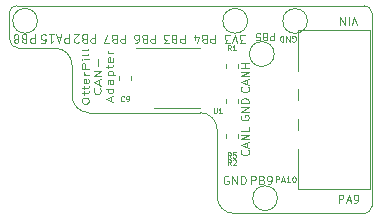
<source format=gto>
G04 #@! TF.GenerationSoftware,KiCad,Pcbnew,5.0.1*
G04 #@! TF.CreationDate,2019-10-25T23:16:08+02:00*
G04 #@! TF.ProjectId,OtterPill-CAN,4F7474657250696C6C2D43414E2E6B69,rev?*
G04 #@! TF.SameCoordinates,Original*
G04 #@! TF.FileFunction,Legend,Top*
G04 #@! TF.FilePolarity,Positive*
%FSLAX46Y46*%
G04 Gerber Fmt 4.6, Leading zero omitted, Abs format (unit mm)*
G04 Created by KiCad (PCBNEW 5.0.1) date Fri 25 Oct 2019 11:16:08 PM CEST*
%MOMM*%
%LPD*%
G01*
G04 APERTURE LIST*
%ADD10C,0.050000*%
%ADD11C,0.100000*%
%ADD12C,0.120000*%
%ADD13C,0.112500*%
G04 APERTURE END LIST*
D10*
X63200000Y-36790000D02*
G75*
G02X62590000Y-37400000I-610000J0D01*
G01*
X62590000Y-19800000D02*
G75*
G02X63200000Y-20410000I0J-610000D01*
G01*
X32530000Y-20410000D02*
G75*
G02X33140000Y-19800000I610000J0D01*
G01*
D11*
X57765610Y-21100000D02*
G75*
G03X57765610Y-21100000I-1045610J0D01*
G01*
X55225610Y-36100000D02*
G75*
G03X55225610Y-36100000I-1045610J0D01*
G01*
X34905610Y-21090000D02*
G75*
G03X34905610Y-21090000I-1045610J0D01*
G01*
X52695610Y-21090000D02*
G75*
G03X52695610Y-21090000I-1045610J0D01*
G01*
X54945610Y-23900000D02*
G75*
G03X54945610Y-23900000I-1045610J0D01*
G01*
D10*
X33320000Y-23405246D02*
X36404426Y-23405246D01*
X32530000Y-22615246D02*
G75*
G03X33320000Y-23405246I790000J0D01*
G01*
X37834459Y-24835279D02*
G75*
G03X36404426Y-23405246I-1430033J0D01*
G01*
X37834459Y-27430000D02*
X37834459Y-24835279D01*
D11*
X52140000Y-29113333D02*
X52106666Y-29180000D01*
X52106666Y-29280000D01*
X52140000Y-29380000D01*
X52206666Y-29446666D01*
X52273333Y-29480000D01*
X52406666Y-29513333D01*
X52506666Y-29513333D01*
X52640000Y-29480000D01*
X52706666Y-29446666D01*
X52773333Y-29380000D01*
X52806666Y-29280000D01*
X52806666Y-29213333D01*
X52773333Y-29113333D01*
X52740000Y-29080000D01*
X52506666Y-29080000D01*
X52506666Y-29213333D01*
X52806666Y-28780000D02*
X52106666Y-28780000D01*
X52806666Y-28380000D01*
X52106666Y-28380000D01*
X52806666Y-28046666D02*
X52106666Y-28046666D01*
X52106666Y-27880000D01*
X52140000Y-27780000D01*
X52206666Y-27713333D01*
X52273333Y-27680000D01*
X52406666Y-27646666D01*
X52506666Y-27646666D01*
X52640000Y-27680000D01*
X52706666Y-27713333D01*
X52773333Y-27780000D01*
X52806666Y-27880000D01*
X52806666Y-28046666D01*
X52750000Y-32033333D02*
X52783333Y-32066666D01*
X52816666Y-32166666D01*
X52816666Y-32233333D01*
X52783333Y-32333333D01*
X52716666Y-32400000D01*
X52650000Y-32433333D01*
X52516666Y-32466666D01*
X52416666Y-32466666D01*
X52283333Y-32433333D01*
X52216666Y-32400000D01*
X52150000Y-32333333D01*
X52116666Y-32233333D01*
X52116666Y-32166666D01*
X52150000Y-32066666D01*
X52183333Y-32033333D01*
X52616666Y-31766666D02*
X52616666Y-31433333D01*
X52816666Y-31833333D02*
X52116666Y-31600000D01*
X52816666Y-31366666D01*
X52816666Y-31133333D02*
X52116666Y-31133333D01*
X52816666Y-30733333D01*
X52116666Y-30733333D01*
X52816666Y-30066666D02*
X52816666Y-30400000D01*
X52116666Y-30400000D01*
X52760000Y-26696666D02*
X52793333Y-26730000D01*
X52826666Y-26830000D01*
X52826666Y-26896666D01*
X52793333Y-26996666D01*
X52726666Y-27063333D01*
X52660000Y-27096666D01*
X52526666Y-27130000D01*
X52426666Y-27130000D01*
X52293333Y-27096666D01*
X52226666Y-27063333D01*
X52160000Y-26996666D01*
X52126666Y-26896666D01*
X52126666Y-26830000D01*
X52160000Y-26730000D01*
X52193333Y-26696666D01*
X52626666Y-26430000D02*
X52626666Y-26096666D01*
X52826666Y-26496666D02*
X52126666Y-26263333D01*
X52826666Y-26030000D01*
X52826666Y-25796666D02*
X52126666Y-25796666D01*
X52826666Y-25396666D01*
X52126666Y-25396666D01*
X52826666Y-25063333D02*
X52126666Y-25063333D01*
X52460000Y-25063333D02*
X52460000Y-24663333D01*
X52826666Y-24663333D02*
X52126666Y-24663333D01*
D10*
X50115574Y-35969966D02*
G75*
G03X51545608Y-37400000I1430034J0D01*
G01*
X37834459Y-27430000D02*
G75*
G03X39264493Y-28860034I1430034J0D01*
G01*
X48690000Y-28860000D02*
X39260000Y-28860000D01*
X50115574Y-30290034D02*
G75*
G03X48685540Y-28860000I-1430034J0D01*
G01*
X50115574Y-35964754D02*
X50115574Y-30294754D01*
D12*
X38651428Y-27923333D02*
X38651428Y-27770952D01*
X38680000Y-27694761D01*
X38737142Y-27618571D01*
X38851428Y-27580476D01*
X39051428Y-27580476D01*
X39165714Y-27618571D01*
X39222857Y-27694761D01*
X39251428Y-27770952D01*
X39251428Y-27923333D01*
X39222857Y-27999523D01*
X39165714Y-28075714D01*
X39051428Y-28113809D01*
X38851428Y-28113809D01*
X38737142Y-28075714D01*
X38680000Y-27999523D01*
X38651428Y-27923333D01*
X38851428Y-27351904D02*
X38851428Y-27047142D01*
X38651428Y-27237619D02*
X39165714Y-27237619D01*
X39222857Y-27199523D01*
X39251428Y-27123333D01*
X39251428Y-27047142D01*
X38851428Y-26894761D02*
X38851428Y-26590000D01*
X38651428Y-26780476D02*
X39165714Y-26780476D01*
X39222857Y-26742380D01*
X39251428Y-26666190D01*
X39251428Y-26590000D01*
X39222857Y-26018571D02*
X39251428Y-26094761D01*
X39251428Y-26247142D01*
X39222857Y-26323333D01*
X39165714Y-26361428D01*
X38937142Y-26361428D01*
X38880000Y-26323333D01*
X38851428Y-26247142D01*
X38851428Y-26094761D01*
X38880000Y-26018571D01*
X38937142Y-25980476D01*
X38994285Y-25980476D01*
X39051428Y-26361428D01*
X39251428Y-25637619D02*
X38851428Y-25637619D01*
X38965714Y-25637619D02*
X38908571Y-25599523D01*
X38880000Y-25561428D01*
X38851428Y-25485238D01*
X38851428Y-25409047D01*
X39251428Y-25142380D02*
X38651428Y-25142380D01*
X38651428Y-24837619D01*
X38680000Y-24761428D01*
X38708571Y-24723333D01*
X38765714Y-24685238D01*
X38851428Y-24685238D01*
X38908571Y-24723333D01*
X38937142Y-24761428D01*
X38965714Y-24837619D01*
X38965714Y-25142380D01*
X39251428Y-24342380D02*
X38851428Y-24342380D01*
X38651428Y-24342380D02*
X38680000Y-24380476D01*
X38708571Y-24342380D01*
X38680000Y-24304285D01*
X38651428Y-24342380D01*
X38708571Y-24342380D01*
X39251428Y-23847142D02*
X39222857Y-23923333D01*
X39165714Y-23961428D01*
X38651428Y-23961428D01*
X39251428Y-23428095D02*
X39222857Y-23504285D01*
X39165714Y-23542380D01*
X38651428Y-23542380D01*
X40214285Y-26799523D02*
X40242857Y-26837619D01*
X40271428Y-26951904D01*
X40271428Y-27028095D01*
X40242857Y-27142380D01*
X40185714Y-27218571D01*
X40128571Y-27256666D01*
X40014285Y-27294761D01*
X39928571Y-27294761D01*
X39814285Y-27256666D01*
X39757142Y-27218571D01*
X39700000Y-27142380D01*
X39671428Y-27028095D01*
X39671428Y-26951904D01*
X39700000Y-26837619D01*
X39728571Y-26799523D01*
X40100000Y-26494761D02*
X40100000Y-26113809D01*
X40271428Y-26570952D02*
X39671428Y-26304285D01*
X40271428Y-26037619D01*
X40271428Y-25770952D02*
X39671428Y-25770952D01*
X40271428Y-25313809D01*
X39671428Y-25313809D01*
X40042857Y-24932857D02*
X40042857Y-24323333D01*
X41120000Y-27885238D02*
X41120000Y-27504285D01*
X41291428Y-27961428D02*
X40691428Y-27694761D01*
X41291428Y-27428095D01*
X41291428Y-26818571D02*
X40691428Y-26818571D01*
X41262857Y-26818571D02*
X41291428Y-26894761D01*
X41291428Y-27047142D01*
X41262857Y-27123333D01*
X41234285Y-27161428D01*
X41177142Y-27199523D01*
X41005714Y-27199523D01*
X40948571Y-27161428D01*
X40920000Y-27123333D01*
X40891428Y-27047142D01*
X40891428Y-26894761D01*
X40920000Y-26818571D01*
X41291428Y-26094761D02*
X40977142Y-26094761D01*
X40920000Y-26132857D01*
X40891428Y-26209047D01*
X40891428Y-26361428D01*
X40920000Y-26437619D01*
X41262857Y-26094761D02*
X41291428Y-26170952D01*
X41291428Y-26361428D01*
X41262857Y-26437619D01*
X41205714Y-26475714D01*
X41148571Y-26475714D01*
X41091428Y-26437619D01*
X41062857Y-26361428D01*
X41062857Y-26170952D01*
X41034285Y-26094761D01*
X40891428Y-25713809D02*
X41491428Y-25713809D01*
X40920000Y-25713809D02*
X40891428Y-25637619D01*
X40891428Y-25485238D01*
X40920000Y-25409047D01*
X40948571Y-25370952D01*
X41005714Y-25332857D01*
X41177142Y-25332857D01*
X41234285Y-25370952D01*
X41262857Y-25409047D01*
X41291428Y-25485238D01*
X41291428Y-25637619D01*
X41262857Y-25713809D01*
X40891428Y-25104285D02*
X40891428Y-24799523D01*
X40691428Y-24990000D02*
X41205714Y-24990000D01*
X41262857Y-24951904D01*
X41291428Y-24875714D01*
X41291428Y-24799523D01*
X41262857Y-24228095D02*
X41291428Y-24304285D01*
X41291428Y-24456666D01*
X41262857Y-24532857D01*
X41205714Y-24570952D01*
X40977142Y-24570952D01*
X40920000Y-24532857D01*
X40891428Y-24456666D01*
X40891428Y-24304285D01*
X40920000Y-24228095D01*
X40977142Y-24190000D01*
X41034285Y-24190000D01*
X41091428Y-24570952D01*
X41291428Y-23847142D02*
X40891428Y-23847142D01*
X41005714Y-23847142D02*
X40948571Y-23809047D01*
X40920000Y-23770952D01*
X40891428Y-23694761D01*
X40891428Y-23618571D01*
D11*
X51061666Y-34250000D02*
X50995000Y-34216666D01*
X50895000Y-34216666D01*
X50795000Y-34250000D01*
X50728333Y-34316666D01*
X50695000Y-34383333D01*
X50661666Y-34516666D01*
X50661666Y-34616666D01*
X50695000Y-34750000D01*
X50728333Y-34816666D01*
X50795000Y-34883333D01*
X50895000Y-34916666D01*
X50961666Y-34916666D01*
X51061666Y-34883333D01*
X51095000Y-34850000D01*
X51095000Y-34616666D01*
X50961666Y-34616666D01*
X51395000Y-34916666D02*
X51395000Y-34216666D01*
X51795000Y-34916666D01*
X51795000Y-34216666D01*
X52128333Y-34916666D02*
X52128333Y-34216666D01*
X52295000Y-34216666D01*
X52395000Y-34250000D01*
X52461666Y-34316666D01*
X52495000Y-34383333D01*
X52528333Y-34516666D01*
X52528333Y-34616666D01*
X52495000Y-34750000D01*
X52461666Y-34816666D01*
X52395000Y-34883333D01*
X52295000Y-34916666D01*
X52128333Y-34916666D01*
X52983333Y-34916666D02*
X52983333Y-34216666D01*
X53250000Y-34216666D01*
X53316666Y-34250000D01*
X53350000Y-34283333D01*
X53383333Y-34350000D01*
X53383333Y-34450000D01*
X53350000Y-34516666D01*
X53316666Y-34550000D01*
X53250000Y-34583333D01*
X52983333Y-34583333D01*
X53916666Y-34550000D02*
X54016666Y-34583333D01*
X54050000Y-34616666D01*
X54083333Y-34683333D01*
X54083333Y-34783333D01*
X54050000Y-34850000D01*
X54016666Y-34883333D01*
X53950000Y-34916666D01*
X53683333Y-34916666D01*
X53683333Y-34216666D01*
X53916666Y-34216666D01*
X53983333Y-34250000D01*
X54016666Y-34283333D01*
X54050000Y-34350000D01*
X54050000Y-34416666D01*
X54016666Y-34483333D01*
X53983333Y-34516666D01*
X53916666Y-34550000D01*
X53683333Y-34550000D01*
X54416666Y-34916666D02*
X54550000Y-34916666D01*
X54616666Y-34883333D01*
X54650000Y-34850000D01*
X54716666Y-34750000D01*
X54750000Y-34616666D01*
X54750000Y-34350000D01*
X54716666Y-34283333D01*
X54683333Y-34250000D01*
X54616666Y-34216666D01*
X54483333Y-34216666D01*
X54416666Y-34250000D01*
X54383333Y-34283333D01*
X54350000Y-34350000D01*
X54350000Y-34516666D01*
X54383333Y-34583333D01*
X54416666Y-34616666D01*
X54483333Y-34650000D01*
X54616666Y-34650000D01*
X54683333Y-34616666D01*
X54716666Y-34583333D01*
X54750000Y-34516666D01*
X55108571Y-34756190D02*
X55108571Y-34256190D01*
X55299047Y-34256190D01*
X55346666Y-34280000D01*
X55370476Y-34303809D01*
X55394285Y-34351428D01*
X55394285Y-34422857D01*
X55370476Y-34470476D01*
X55346666Y-34494285D01*
X55299047Y-34518095D01*
X55108571Y-34518095D01*
X55584761Y-34613333D02*
X55822857Y-34613333D01*
X55537142Y-34756190D02*
X55703809Y-34256190D01*
X55870476Y-34756190D01*
X56299047Y-34756190D02*
X56013333Y-34756190D01*
X56156190Y-34756190D02*
X56156190Y-34256190D01*
X56108571Y-34327619D01*
X56060952Y-34375238D01*
X56013333Y-34399047D01*
X56608571Y-34256190D02*
X56656190Y-34256190D01*
X56703809Y-34280000D01*
X56727619Y-34303809D01*
X56751428Y-34351428D01*
X56775238Y-34446666D01*
X56775238Y-34565714D01*
X56751428Y-34660952D01*
X56727619Y-34708571D01*
X56703809Y-34732380D01*
X56656190Y-34756190D01*
X56608571Y-34756190D01*
X56560952Y-34732380D01*
X56537142Y-34708571D01*
X56513333Y-34660952D01*
X56489523Y-34565714D01*
X56489523Y-34446666D01*
X56513333Y-34351428D01*
X56537142Y-34303809D01*
X56560952Y-34280000D01*
X56608571Y-34256190D01*
X60413333Y-36496666D02*
X60413333Y-35796666D01*
X60680000Y-35796666D01*
X60746666Y-35830000D01*
X60780000Y-35863333D01*
X60813333Y-35930000D01*
X60813333Y-36030000D01*
X60780000Y-36096666D01*
X60746666Y-36130000D01*
X60680000Y-36163333D01*
X60413333Y-36163333D01*
X61080000Y-36296666D02*
X61413333Y-36296666D01*
X61013333Y-36496666D02*
X61246666Y-35796666D01*
X61480000Y-36496666D01*
X61746666Y-36496666D02*
X61880000Y-36496666D01*
X61946666Y-36463333D01*
X61980000Y-36430000D01*
X62046666Y-36330000D01*
X62080000Y-36196666D01*
X62080000Y-35930000D01*
X62046666Y-35863333D01*
X62013333Y-35830000D01*
X61946666Y-35796666D01*
X61813333Y-35796666D01*
X61746666Y-35830000D01*
X61713333Y-35863333D01*
X61680000Y-35930000D01*
X61680000Y-36096666D01*
X61713333Y-36163333D01*
X61746666Y-36196666D01*
X61813333Y-36230000D01*
X61946666Y-36230000D01*
X62013333Y-36196666D01*
X62046666Y-36163333D01*
X62080000Y-36096666D01*
X61976666Y-21453333D02*
X61743333Y-20753333D01*
X61510000Y-21453333D01*
X61276666Y-20753333D02*
X61276666Y-21453333D01*
X60943333Y-20753333D02*
X60943333Y-21453333D01*
X60543333Y-20753333D01*
X60543333Y-21453333D01*
X56500952Y-22820000D02*
X56548571Y-22843809D01*
X56620000Y-22843809D01*
X56691428Y-22820000D01*
X56739047Y-22772380D01*
X56762857Y-22724761D01*
X56786666Y-22629523D01*
X56786666Y-22558095D01*
X56762857Y-22462857D01*
X56739047Y-22415238D01*
X56691428Y-22367619D01*
X56620000Y-22343809D01*
X56572380Y-22343809D01*
X56500952Y-22367619D01*
X56477142Y-22391428D01*
X56477142Y-22558095D01*
X56572380Y-22558095D01*
X56262857Y-22343809D02*
X56262857Y-22843809D01*
X55977142Y-22343809D01*
X55977142Y-22843809D01*
X55739047Y-22343809D02*
X55739047Y-22843809D01*
X55620000Y-22843809D01*
X55548571Y-22820000D01*
X55500952Y-22772380D01*
X55477142Y-22724761D01*
X55453333Y-22629523D01*
X55453333Y-22558095D01*
X55477142Y-22462857D01*
X55500952Y-22415238D01*
X55548571Y-22367619D01*
X55620000Y-22343809D01*
X55739047Y-22343809D01*
X54912857Y-22118571D02*
X54912857Y-22718571D01*
X54684285Y-22718571D01*
X54627142Y-22690000D01*
X54598571Y-22661428D01*
X54570000Y-22604285D01*
X54570000Y-22518571D01*
X54598571Y-22461428D01*
X54627142Y-22432857D01*
X54684285Y-22404285D01*
X54912857Y-22404285D01*
X54112857Y-22432857D02*
X54027142Y-22404285D01*
X53998571Y-22375714D01*
X53970000Y-22318571D01*
X53970000Y-22232857D01*
X53998571Y-22175714D01*
X54027142Y-22147142D01*
X54084285Y-22118571D01*
X54312857Y-22118571D01*
X54312857Y-22718571D01*
X54112857Y-22718571D01*
X54055714Y-22690000D01*
X54027142Y-22661428D01*
X53998571Y-22604285D01*
X53998571Y-22547142D01*
X54027142Y-22490000D01*
X54055714Y-22461428D01*
X54112857Y-22432857D01*
X54312857Y-22432857D01*
X53427142Y-22718571D02*
X53712857Y-22718571D01*
X53741428Y-22432857D01*
X53712857Y-22461428D01*
X53655714Y-22490000D01*
X53512857Y-22490000D01*
X53455714Y-22461428D01*
X53427142Y-22432857D01*
X53398571Y-22375714D01*
X53398571Y-22232857D01*
X53427142Y-22175714D01*
X53455714Y-22147142D01*
X53512857Y-22118571D01*
X53655714Y-22118571D01*
X53712857Y-22147142D01*
X53741428Y-22175714D01*
X52461666Y-22963333D02*
X52028333Y-22963333D01*
X52261666Y-22696666D01*
X52161666Y-22696666D01*
X52095000Y-22663333D01*
X52061666Y-22630000D01*
X52028333Y-22563333D01*
X52028333Y-22396666D01*
X52061666Y-22330000D01*
X52095000Y-22296666D01*
X52161666Y-22263333D01*
X52361666Y-22263333D01*
X52428333Y-22296666D01*
X52461666Y-22330000D01*
X51828333Y-22963333D02*
X51595000Y-22263333D01*
X51361666Y-22963333D01*
X51195000Y-22963333D02*
X50761666Y-22963333D01*
X50995000Y-22696666D01*
X50895000Y-22696666D01*
X50828333Y-22663333D01*
X50795000Y-22630000D01*
X50761666Y-22563333D01*
X50761666Y-22396666D01*
X50795000Y-22330000D01*
X50828333Y-22296666D01*
X50895000Y-22263333D01*
X51095000Y-22263333D01*
X51161666Y-22296666D01*
X51195000Y-22330000D01*
X49921666Y-22253333D02*
X49921666Y-22953333D01*
X49655000Y-22953333D01*
X49588333Y-22920000D01*
X49555000Y-22886666D01*
X49521666Y-22820000D01*
X49521666Y-22720000D01*
X49555000Y-22653333D01*
X49588333Y-22620000D01*
X49655000Y-22586666D01*
X49921666Y-22586666D01*
X48988333Y-22620000D02*
X48888333Y-22586666D01*
X48855000Y-22553333D01*
X48821666Y-22486666D01*
X48821666Y-22386666D01*
X48855000Y-22320000D01*
X48888333Y-22286666D01*
X48955000Y-22253333D01*
X49221666Y-22253333D01*
X49221666Y-22953333D01*
X48988333Y-22953333D01*
X48921666Y-22920000D01*
X48888333Y-22886666D01*
X48855000Y-22820000D01*
X48855000Y-22753333D01*
X48888333Y-22686666D01*
X48921666Y-22653333D01*
X48988333Y-22620000D01*
X49221666Y-22620000D01*
X48221666Y-22720000D02*
X48221666Y-22253333D01*
X48388333Y-22986666D02*
X48555000Y-22486666D01*
X48121666Y-22486666D01*
X47371666Y-22253333D02*
X47371666Y-22953333D01*
X47105000Y-22953333D01*
X47038333Y-22920000D01*
X47005000Y-22886666D01*
X46971666Y-22820000D01*
X46971666Y-22720000D01*
X47005000Y-22653333D01*
X47038333Y-22620000D01*
X47105000Y-22586666D01*
X47371666Y-22586666D01*
X46438333Y-22620000D02*
X46338333Y-22586666D01*
X46305000Y-22553333D01*
X46271666Y-22486666D01*
X46271666Y-22386666D01*
X46305000Y-22320000D01*
X46338333Y-22286666D01*
X46405000Y-22253333D01*
X46671666Y-22253333D01*
X46671666Y-22953333D01*
X46438333Y-22953333D01*
X46371666Y-22920000D01*
X46338333Y-22886666D01*
X46305000Y-22820000D01*
X46305000Y-22753333D01*
X46338333Y-22686666D01*
X46371666Y-22653333D01*
X46438333Y-22620000D01*
X46671666Y-22620000D01*
X46038333Y-22953333D02*
X45605000Y-22953333D01*
X45838333Y-22686666D01*
X45738333Y-22686666D01*
X45671666Y-22653333D01*
X45638333Y-22620000D01*
X45605000Y-22553333D01*
X45605000Y-22386666D01*
X45638333Y-22320000D01*
X45671666Y-22286666D01*
X45738333Y-22253333D01*
X45938333Y-22253333D01*
X46005000Y-22286666D01*
X46038333Y-22320000D01*
X44876666Y-22253333D02*
X44876666Y-22953333D01*
X44610000Y-22953333D01*
X44543333Y-22920000D01*
X44510000Y-22886666D01*
X44476666Y-22820000D01*
X44476666Y-22720000D01*
X44510000Y-22653333D01*
X44543333Y-22620000D01*
X44610000Y-22586666D01*
X44876666Y-22586666D01*
X43943333Y-22620000D02*
X43843333Y-22586666D01*
X43810000Y-22553333D01*
X43776666Y-22486666D01*
X43776666Y-22386666D01*
X43810000Y-22320000D01*
X43843333Y-22286666D01*
X43910000Y-22253333D01*
X44176666Y-22253333D01*
X44176666Y-22953333D01*
X43943333Y-22953333D01*
X43876666Y-22920000D01*
X43843333Y-22886666D01*
X43810000Y-22820000D01*
X43810000Y-22753333D01*
X43843333Y-22686666D01*
X43876666Y-22653333D01*
X43943333Y-22620000D01*
X44176666Y-22620000D01*
X43176666Y-22953333D02*
X43310000Y-22953333D01*
X43376666Y-22920000D01*
X43410000Y-22886666D01*
X43476666Y-22786666D01*
X43510000Y-22653333D01*
X43510000Y-22386666D01*
X43476666Y-22320000D01*
X43443333Y-22286666D01*
X43376666Y-22253333D01*
X43243333Y-22253333D01*
X43176666Y-22286666D01*
X43143333Y-22320000D01*
X43110000Y-22386666D01*
X43110000Y-22553333D01*
X43143333Y-22620000D01*
X43176666Y-22653333D01*
X43243333Y-22686666D01*
X43376666Y-22686666D01*
X43443333Y-22653333D01*
X43476666Y-22620000D01*
X43510000Y-22553333D01*
X42321666Y-22253333D02*
X42321666Y-22953333D01*
X42055000Y-22953333D01*
X41988333Y-22920000D01*
X41955000Y-22886666D01*
X41921666Y-22820000D01*
X41921666Y-22720000D01*
X41955000Y-22653333D01*
X41988333Y-22620000D01*
X42055000Y-22586666D01*
X42321666Y-22586666D01*
X41388333Y-22620000D02*
X41288333Y-22586666D01*
X41255000Y-22553333D01*
X41221666Y-22486666D01*
X41221666Y-22386666D01*
X41255000Y-22320000D01*
X41288333Y-22286666D01*
X41355000Y-22253333D01*
X41621666Y-22253333D01*
X41621666Y-22953333D01*
X41388333Y-22953333D01*
X41321666Y-22920000D01*
X41288333Y-22886666D01*
X41255000Y-22820000D01*
X41255000Y-22753333D01*
X41288333Y-22686666D01*
X41321666Y-22653333D01*
X41388333Y-22620000D01*
X41621666Y-22620000D01*
X40988333Y-22953333D02*
X40521666Y-22953333D01*
X40821666Y-22253333D01*
X39771666Y-22243333D02*
X39771666Y-22943333D01*
X39505000Y-22943333D01*
X39438333Y-22910000D01*
X39405000Y-22876666D01*
X39371666Y-22810000D01*
X39371666Y-22710000D01*
X39405000Y-22643333D01*
X39438333Y-22610000D01*
X39505000Y-22576666D01*
X39771666Y-22576666D01*
X38838333Y-22610000D02*
X38738333Y-22576666D01*
X38705000Y-22543333D01*
X38671666Y-22476666D01*
X38671666Y-22376666D01*
X38705000Y-22310000D01*
X38738333Y-22276666D01*
X38805000Y-22243333D01*
X39071666Y-22243333D01*
X39071666Y-22943333D01*
X38838333Y-22943333D01*
X38771666Y-22910000D01*
X38738333Y-22876666D01*
X38705000Y-22810000D01*
X38705000Y-22743333D01*
X38738333Y-22676666D01*
X38771666Y-22643333D01*
X38838333Y-22610000D01*
X39071666Y-22610000D01*
X38405000Y-22876666D02*
X38371666Y-22910000D01*
X38305000Y-22943333D01*
X38138333Y-22943333D01*
X38071666Y-22910000D01*
X38038333Y-22876666D01*
X38005000Y-22810000D01*
X38005000Y-22743333D01*
X38038333Y-22643333D01*
X38438333Y-22243333D01*
X38005000Y-22243333D01*
X37540000Y-22243333D02*
X37540000Y-22943333D01*
X37273333Y-22943333D01*
X37206666Y-22910000D01*
X37173333Y-22876666D01*
X37140000Y-22810000D01*
X37140000Y-22710000D01*
X37173333Y-22643333D01*
X37206666Y-22610000D01*
X37273333Y-22576666D01*
X37540000Y-22576666D01*
X36873333Y-22443333D02*
X36540000Y-22443333D01*
X36940000Y-22243333D02*
X36706666Y-22943333D01*
X36473333Y-22243333D01*
X35873333Y-22243333D02*
X36273333Y-22243333D01*
X36073333Y-22243333D02*
X36073333Y-22943333D01*
X36140000Y-22843333D01*
X36206666Y-22776666D01*
X36273333Y-22743333D01*
X35240000Y-22943333D02*
X35573333Y-22943333D01*
X35606666Y-22610000D01*
X35573333Y-22643333D01*
X35506666Y-22676666D01*
X35340000Y-22676666D01*
X35273333Y-22643333D01*
X35240000Y-22610000D01*
X35206666Y-22543333D01*
X35206666Y-22376666D01*
X35240000Y-22310000D01*
X35273333Y-22276666D01*
X35340000Y-22243333D01*
X35506666Y-22243333D01*
X35573333Y-22276666D01*
X35606666Y-22310000D01*
X34666666Y-22243333D02*
X34666666Y-22943333D01*
X34400000Y-22943333D01*
X34333333Y-22910000D01*
X34300000Y-22876666D01*
X34266666Y-22810000D01*
X34266666Y-22710000D01*
X34300000Y-22643333D01*
X34333333Y-22610000D01*
X34400000Y-22576666D01*
X34666666Y-22576666D01*
X33733333Y-22610000D02*
X33633333Y-22576666D01*
X33600000Y-22543333D01*
X33566666Y-22476666D01*
X33566666Y-22376666D01*
X33600000Y-22310000D01*
X33633333Y-22276666D01*
X33700000Y-22243333D01*
X33966666Y-22243333D01*
X33966666Y-22943333D01*
X33733333Y-22943333D01*
X33666666Y-22910000D01*
X33633333Y-22876666D01*
X33600000Y-22810000D01*
X33600000Y-22743333D01*
X33633333Y-22676666D01*
X33666666Y-22643333D01*
X33733333Y-22610000D01*
X33966666Y-22610000D01*
X33166666Y-22643333D02*
X33233333Y-22676666D01*
X33266666Y-22710000D01*
X33300000Y-22776666D01*
X33300000Y-22810000D01*
X33266666Y-22876666D01*
X33233333Y-22910000D01*
X33166666Y-22943333D01*
X33033333Y-22943333D01*
X32966666Y-22910000D01*
X32933333Y-22876666D01*
X32900000Y-22810000D01*
X32900000Y-22776666D01*
X32933333Y-22710000D01*
X32966666Y-22676666D01*
X33033333Y-22643333D01*
X33166666Y-22643333D01*
X33233333Y-22610000D01*
X33266666Y-22576666D01*
X33300000Y-22510000D01*
X33300000Y-22376666D01*
X33266666Y-22310000D01*
X33233333Y-22276666D01*
X33166666Y-22243333D01*
X33033333Y-22243333D01*
X32966666Y-22276666D01*
X32933333Y-22310000D01*
X32900000Y-22376666D01*
X32900000Y-22510000D01*
X32933333Y-22576666D01*
X32966666Y-22610000D01*
X33033333Y-22643333D01*
D10*
X32530000Y-20410000D02*
X32530000Y-22615246D01*
X62590000Y-19800000D02*
X33140000Y-19800000D01*
X63200000Y-20400000D02*
X63200000Y-36790000D01*
X51540000Y-37400000D02*
X62600000Y-37400000D01*
D11*
G04 #@! TO.C,J3*
X63090000Y-21900000D02*
X56990000Y-21900000D01*
X56990000Y-35300000D02*
X63090000Y-35300000D01*
X63090000Y-35300000D02*
X63090000Y-21900000D01*
X56990000Y-35300000D02*
X56990000Y-31900000D01*
X56990000Y-27800000D02*
X56990000Y-26900000D01*
X56990000Y-25300000D02*
X56990000Y-21900000D01*
X56990000Y-30300000D02*
X56990000Y-29400000D01*
D12*
G04 #@! TO.C,C9*
X42810000Y-26122779D02*
X42810000Y-25797221D01*
X41790000Y-26122779D02*
X41790000Y-25797221D01*
G04 #@! TO.C,R5*
X51860000Y-30697221D02*
X51860000Y-31022779D01*
X50840000Y-30697221D02*
X50840000Y-31022779D01*
G04 #@! TO.C,U1*
X46740000Y-28500000D02*
X48690000Y-28500000D01*
X46740000Y-28500000D02*
X44790000Y-28500000D01*
X46740000Y-23380000D02*
X48690000Y-23380000D01*
X46740000Y-23380000D02*
X43290000Y-23380000D01*
G04 #@! TO.C,R2*
X50840000Y-27737221D02*
X50840000Y-28062779D01*
X51860000Y-27737221D02*
X51860000Y-28062779D01*
G04 #@! TO.C,R1*
X51860000Y-24779721D02*
X51860000Y-25105279D01*
X50840000Y-24779721D02*
X50840000Y-25105279D01*
G04 #@! TD*
G04 #@! TO.C,C9*
D13*
X42235000Y-27860714D02*
X42213571Y-27882142D01*
X42149285Y-27903571D01*
X42106428Y-27903571D01*
X42042142Y-27882142D01*
X41999285Y-27839285D01*
X41977857Y-27796428D01*
X41956428Y-27710714D01*
X41956428Y-27646428D01*
X41977857Y-27560714D01*
X41999285Y-27517857D01*
X42042142Y-27475000D01*
X42106428Y-27453571D01*
X42149285Y-27453571D01*
X42213571Y-27475000D01*
X42235000Y-27496428D01*
X42449285Y-27903571D02*
X42535000Y-27903571D01*
X42577857Y-27882142D01*
X42599285Y-27860714D01*
X42642142Y-27796428D01*
X42663571Y-27710714D01*
X42663571Y-27539285D01*
X42642142Y-27496428D01*
X42620714Y-27475000D01*
X42577857Y-27453571D01*
X42492142Y-27453571D01*
X42449285Y-27475000D01*
X42427857Y-27496428D01*
X42406428Y-27539285D01*
X42406428Y-27646428D01*
X42427857Y-27689285D01*
X42449285Y-27710714D01*
X42492142Y-27732142D01*
X42577857Y-27732142D01*
X42620714Y-27710714D01*
X42642142Y-27689285D01*
X42663571Y-27646428D01*
G04 #@! TO.C,R5*
X51275000Y-32683571D02*
X51125000Y-32469285D01*
X51017857Y-32683571D02*
X51017857Y-32233571D01*
X51189285Y-32233571D01*
X51232142Y-32255000D01*
X51253571Y-32276428D01*
X51275000Y-32319285D01*
X51275000Y-32383571D01*
X51253571Y-32426428D01*
X51232142Y-32447857D01*
X51189285Y-32469285D01*
X51017857Y-32469285D01*
X51682142Y-32233571D02*
X51467857Y-32233571D01*
X51446428Y-32447857D01*
X51467857Y-32426428D01*
X51510714Y-32405000D01*
X51617857Y-32405000D01*
X51660714Y-32426428D01*
X51682142Y-32447857D01*
X51703571Y-32490714D01*
X51703571Y-32597857D01*
X51682142Y-32640714D01*
X51660714Y-32662142D01*
X51617857Y-32683571D01*
X51510714Y-32683571D01*
X51467857Y-32662142D01*
X51446428Y-32640714D01*
G04 #@! TO.C,U1*
X49817142Y-28483571D02*
X49817142Y-28847857D01*
X49838571Y-28890714D01*
X49860000Y-28912142D01*
X49902857Y-28933571D01*
X49988571Y-28933571D01*
X50031428Y-28912142D01*
X50052857Y-28890714D01*
X50074285Y-28847857D01*
X50074285Y-28483571D01*
X50524285Y-28933571D02*
X50267142Y-28933571D01*
X50395714Y-28933571D02*
X50395714Y-28483571D01*
X50352857Y-28547857D01*
X50310000Y-28590714D01*
X50267142Y-28612142D01*
G04 #@! TO.C,R2*
X51275000Y-33273571D02*
X51125000Y-33059285D01*
X51017857Y-33273571D02*
X51017857Y-32823571D01*
X51189285Y-32823571D01*
X51232142Y-32845000D01*
X51253571Y-32866428D01*
X51275000Y-32909285D01*
X51275000Y-32973571D01*
X51253571Y-33016428D01*
X51232142Y-33037857D01*
X51189285Y-33059285D01*
X51017857Y-33059285D01*
X51446428Y-32866428D02*
X51467857Y-32845000D01*
X51510714Y-32823571D01*
X51617857Y-32823571D01*
X51660714Y-32845000D01*
X51682142Y-32866428D01*
X51703571Y-32909285D01*
X51703571Y-32952142D01*
X51682142Y-33016428D01*
X51425000Y-33273571D01*
X51703571Y-33273571D01*
G04 #@! TO.C,R1*
X51275000Y-23593571D02*
X51125000Y-23379285D01*
X51017857Y-23593571D02*
X51017857Y-23143571D01*
X51189285Y-23143571D01*
X51232142Y-23165000D01*
X51253571Y-23186428D01*
X51275000Y-23229285D01*
X51275000Y-23293571D01*
X51253571Y-23336428D01*
X51232142Y-23357857D01*
X51189285Y-23379285D01*
X51017857Y-23379285D01*
X51703571Y-23593571D02*
X51446428Y-23593571D01*
X51575000Y-23593571D02*
X51575000Y-23143571D01*
X51532142Y-23207857D01*
X51489285Y-23250714D01*
X51446428Y-23272142D01*
G04 #@! TD*
M02*

</source>
